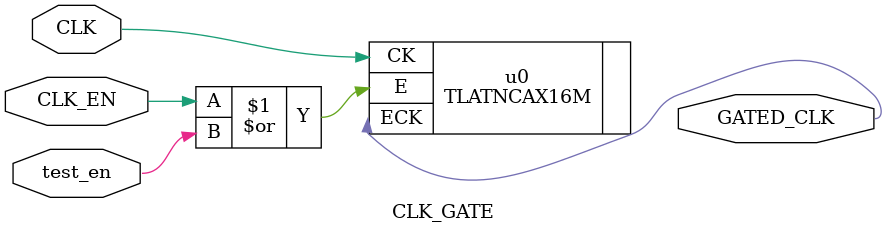
<source format=v>


module CLK_GATE (
input      CLK_EN,
input      CLK,
input 	   test_en,
output     GATED_CLK
);


//internal connections
//reg     Latch_Out ;

 TLATNCAX16M u0(
		.E(CLK_EN | test_en),
		.CK(CLK),
		.ECK(GATED_CLK)		
		);

//latch (Level Sensitive Device)
//always @(CLK or CLK_EN)
// begin
//  if(!CLK)      // active low
//   begin
//    Latch_Out <= CLK_EN ;
//   end
// end
 
 
// ANDING
//assign  GATED_CLK = CLK && Latch_Out ;




endmodule

</source>
